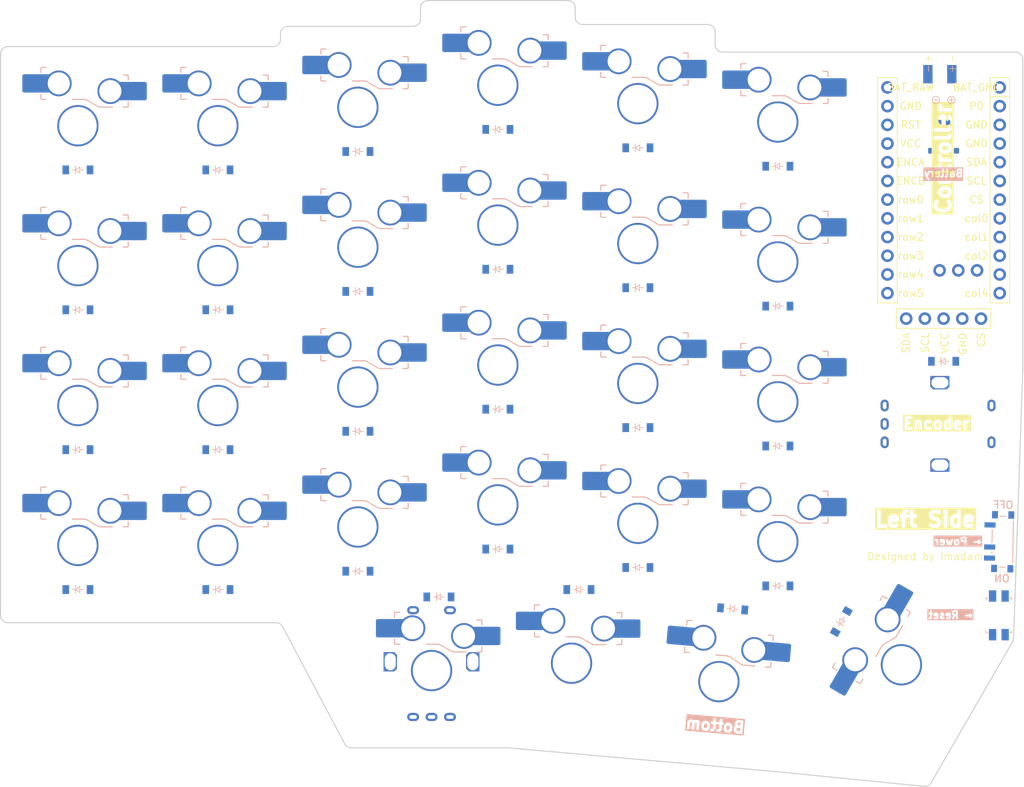
<source format=kicad_pcb>
(kicad_pcb (version 20240108) (generator "ergogen") (generator_version "4.1.0")
  (title_block (title "left") (date "2025-04-06") (rev "v1.0.0") (company "Unknown"))
  (layers (0 "F.Cu" signal) (31 "B.Cu" signal) (34 "B.Paste" user) (35 "F.Paste" user) (36 "B.SilkS" user "B.Silkscreen") (37 "F.SilkS" user "F.Silkscreen") (38 "B.Mask" user) (39 "F.Mask" user) (44 "Edge.Cuts" user))
  (net 0 "")
  (net 1 "col0")
  (net 2 "outer_bottom")
  (net 3 "GND")
  (net 4 "outer_home")
  (net 5 "outer_top")
  (net 6 "outer_num")
  (net 7 "col1")
  (net 8 "pinky_bottom")
  (net 9 "pinky_home")
  (net 10 "pinky_top")
  (net 11 "pinky_num")
  (net 12 "col2")
  (net 13 "ring_bottom")
  (net 14 "ring_home")
  (net 15 "ring_top")
  (net 16 "ring_num")
  (net 17 "col3")
  (net 18 "middle_bottom")
  (net 19 "middle_home")
  (net 20 "middle_top")
  (net 21 "middle_num")
  (net 22 "col4")
  (net 23 "index_bottom")
  (net 24 "index_home")
  (net 25 "index_top")
  (net 26 "index_num")
  (net 27 "col5")
  (net 28 "inner_bottom")
  (net 29 "inner_home")
  (net 30 "inner_top")
  (net 31 "inner_num")
  (net 32 "inner_cluster")
  (net 33 "home_cluster")
  (net 34 "layer_cluster")
  (net 35 "space_cluster")
  (net 36 "row3")
  (net 37 "row2")
  (net 38 "row1")
  (net 39 "row0")
  (net 40 "row4")
  (net 41 "scrollwheel_enc")
  (net 42 "ENCA")
  (net 43 "ENCB")
  (net 44 "ENCC")
  (net 45 "ENCD")
  (net 46 "BAT_RAW")
  (net 47 "RST")
  (net 48 "VCC")
  (net 49 "row5")
  (net 50 "BAT_GND")
  (net 51 "P0")
  (net 52 "SDA")
  (net 53 "SCL")
  (net 54 "CS")
  (net 55 "P107")
  (net 56 "MCU1_24")
  (net 57 "MCU1_1")
  (net 58 "MCU1_23")
  (net 59 "MCU1_2")
  (net 60 "MCU1_22")
  (net 61 "MCU1_3")
  (net 62 "MCU1_21")
  (net 63 "MCU1_4")
  (net 64 "MCU1_20")
  (net 65 "MCU1_5")
  (net 66 "MCU1_19")
  (net 67 "MCU1_6")
  (net 68 "MCU1_18")
  (net 69 "MCU1_7")
  (net 70 "MCU1_17")
  (net 71 "MCU1_8")
  (net 72 "MCU1_16")
  (net 73 "MCU1_9")
  (net 74 "MCU1_15")
  (net 75 "MCU1_10")
  (net 76 "MCU1_14")
  (net 77 "MCU1_11")
  (net 78 "MCU1_13")
  (net 79 "MCU1_12")
  (net 80 "PAD_3")
  (net 81 "PAD_4")
  (net 82 "PAD_5")
  (net 83 "DISP1_1")
  (net 84 "DISP1_2")
  (net 85 "DISP1_4")
  (net 86 "DISP1_5")
  (net 87 "ON_P")
  (footprint "ceoloide:switch_gateron_ks27_ks33" (layer "B.Cu") (at 50 131 180)
    (property "Reference" "S1" hide)
    (pad "" thru_hole circle (at 0 0 180) (size 5.6 5.6) (drill 5.1) (layers "*.Cu" "*.Mask"))
    (pad "1" thru_hole circle (at -4.4 4.7 180) (size 3.5 3.5) (drill 3) (layers "*.Cu" "*.Mask") (net 1 "col0"))
    (pad "2" thru_hole circle (at 2.6 5.75 180) (size 3.5 3.5) (drill 3) (layers "*.Cu" "*.Mask") (net 2 "outer_bottom"))
    (pad "1" smd roundrect (at -7.35 4.7 180) (size 4 2.5) (layers "B.Cu") (roundrect_rratio 0.1) (net 1 "col0"))
    (pad "2" smd roundrect (at 5.55 5.75 180) (size 4 2.5) (layers "B.Cu") (roundrect_rratio 0.1) (net 2 "outer_bottom"))
  )
  (footprint "ceoloide:switch_gateron_ks27_ks33" (layer "B.Cu") (at 50 112 180)
    (property "Reference" "S2" hide)
    (pad "" thru_hole circle (at 0 0 180) (size 5.6 5.6) (drill 5.1) (layers "*.Cu" "*.Mask"))
    (pad "1" thru_hole circle (at -4.4 4.7 180) (size 3.5 3.5) (drill 3) (layers "*.Cu" "*.Mask") (net 1 "col0"))
    (pad "2" thru_hole circle (at 2.6 5.75 180) (size 3.5 3.5) (drill 3) (layers "*.Cu" "*.Mask") (net 4 "outer_home"))
    (pad "1" smd roundrect (at -7.35 4.7 180) (size 4 2.5) (layers "B.Cu") (roundrect_rratio 0.1) (net 1 "col0"))
    (pad "2" smd roundrect (at 5.55 5.75 180) (size 4 2.5) (layers "B.Cu") (roundrect_rratio 0.1) (net 4 "outer_home"))
  )
  (footprint "ceoloide:switch_gateron_ks27_ks33" (layer "B.Cu") (at 50 93 180)
    (property "Reference" "S3" hide)
    (pad "" thru_hole circle (at 0 0 180) (size 5.6 5.6) (drill 5.1) (layers "*.Cu" "*.Mask"))
    (pad "1" thru_hole circle (at -4.4 4.7 180) (size 3.5 3.5) (drill 3) (layers "*.Cu" "*.Mask") (net 1 "col0"))
    (pad "2" thru_hole circle (at 2.6 5.75 180) (size 3.5 3.5) (drill 3) (layers "*.Cu" "*.Mask") (net 5 "outer_top"))
    (pad "1" smd roundrect (at -7.35 4.7 180) (size 4 2.5) (layers "B.Cu") (roundrect_rratio 0.1) (net 1 "col0"))
    (pad "2" smd roundrect (at 5.55 5.75 180) (size 4 2.5) (layers "B.Cu") (roundrect_rratio 0.1) (net 5 "outer_top"))
  )
  (footprint "ceoloide:switch_gateron_ks27_ks33" (layer "B.Cu") (at 50 74 180)
    (property "Reference" "S4" hide)
    (pad "" thru_hole circle (at 0 0 180) (size 5.6 5.6) (drill 5.1) (layers "*.Cu" "*.Mask"))
    (pad "1" thru_hole circle (at -4.4 4.7 180) (size 3.5 3.5) (drill 3) (layers "*.Cu" "*.Mask") (net 1 "col0"))
    (pad "2" thru_hole circle (at 2.6 5.75 180) (size 3.5 3.5) (drill 3) (layers "*.Cu" "*.Mask") (net 6 "outer_num"))
    (pad "1" smd roundrect (at -7.35 4.7 180) (size 4 2.5) (layers "B.Cu") (roundrect_rratio 0.1) (net 1 "col0"))
    (pad "2" smd roundrect (at 5.55 5.75 180) (size 4 2.5) (layers "B.Cu") (roundrect_rratio 0.1) (net 6 "outer_num"))
  )
  (footprint "ceoloide:switch_gateron_ks27_ks33" (layer "B.Cu") (at 69 131 180)
    (property "Reference" "S5" hide)
    (pad "" thru_hole circle (at 0 0 180) (size 5.6 5.6) (drill 5.1) (layers "*.Cu" "*.Mask"))
    (pad "1" thru_hole circle (at -4.4 4.7 180) (size 3.5 3.5) (drill 3) (layers "*.Cu" "*.Mask") (net 7 "col1"))
    (pad "2" thru_hole circle (at 2.6 5.75 180) (size 3.5 3.5) (drill 3) (layers "*.Cu" "*.Mask") (net 8 "pinky_bottom"))
    (pad "1" smd roundrect (at -7.35 4.7 180) (size 4 2.5) (layers "B.Cu") (roundrect_rratio 0.1) (net 7 "col1"))
    (pad "2" smd roundrect (at 5.55 5.75 180) (size 4 2.5) (layers "B.Cu") (roundrect_rratio 0.1) (net 8 "pinky_bottom"))
  )
  (footprint "ceoloide:switch_gateron_ks27_ks33" (layer "B.Cu") (at 69 112 180)
    (property "Reference" "S6" hide)
    (pad "" thru_hole circle (at 0 0 180) (size 5.6 5.6) (drill 5.1) (layers "*.Cu" "*.Mask"))
    (pad "1" thru_hole circle (at -4.4 4.7 180) (size 3.5 3.5) (drill 3) (layers "*.Cu" "*.Mask") (net 7 "col1"))
    (pad "2" thru_hole circle (at 2.6 5.75 180) (size 3.5 3.5) (drill 3) (layers "*.Cu" "*.Mask") (net 9 "pinky_home"))
    (pad "1" smd roundrect (at -7.35 4.7 180) (size 4 2.5) (layers "B.Cu") (roundrect_rratio 0.1) (net 7 "col1"))
    (pad "2" smd roundrect (at 5.55 5.75 180) (size 4 2.5) (layers "B.Cu") (roundrect_rratio 0.1) (net 9 "pinky_home"))
  )
  (footprint "ceoloide:switch_gateron_ks27_ks33" (layer "B.Cu") (at 69 93 180)
    (property "Reference" "S7" hide)
    (pad "" thru_hole circle (at 0 0 180) (size 5.6 5.6) (drill 5.1) (layers "*.Cu" "*.Mask"))
    (pad "1" thru_hole circle (at -4.4 4.7 180) (size 3.5 3.5) (drill 3) (layers "*.Cu" "*.Mask") (net 7 "col1"))
    (pad "2" thru_hole circle (at 2.6 5.75 180) (size 3.5 3.5) (drill 3) (layers "*.Cu" "*.Mask") (net 10 "pinky_top"))
    (pad "1" smd roundrect (at -7.35 4.7 180) (size 4 2.5) (layers "B.Cu") (roundrect_rratio 0.1) (net 7 "col1"))
    (pad "2" smd roundrect (at 5.55 5.75 180) (size 4 2.5) (layers "B.Cu") (roundrect_rratio 0.1) (net 10 "pinky_top"))
  )
  (footprint "ceoloide:switch_gateron_ks27_ks33" (layer "B.Cu") (at 69 74 180)
    (property "Reference" "S8" hide)
    (pad "" thru_hole circle (at 0 0 180) (size 5.6 5.6) (drill 5.1) (layers "*.Cu" "*.Mask"))
    (pad "1" thru_hole circle (at -4.4 4.7 180) (size 3.5 3.5) (drill 3) (layers "*.Cu" "*.Mask") (net 7 "col1"))
    (pad "2" thru_hole circle (at 2.6 5.75 180) (size 3.5 3.5) (drill 3) (layers "*.Cu" "*.Mask") (net 11 "pinky_num"))
    (pad "1" smd roundrect (at -7.35 4.7 180) (size 4 2.5) (layers "B.Cu") (roundrect_rratio 0.1) (net 7 "col1"))
    (pad "2" smd roundrect (at 5.55 5.75 180) (size 4 2.5) (layers "B.Cu") (roundrect_rratio 0.1) (net 11 "pinky_num"))
  )
  (footprint "ceoloide:switch_gateron_ks27_ks33" (layer "B.Cu") (at 88 128.5 180)
    (property "Reference" "S9" hide)
    (pad "" thru_hole circle (at 0 0 180) (size 5.6 5.6) (drill 5.1) (layers "*.Cu" "*.Mask"))
    (pad "1" thru_hole circle (at -4.4 4.7 180) (size 3.5 3.5) (drill 3) (layers "*.Cu" "*.Mask") (net 12 "col2"))
    (pad "2" thru_hole circle (at 2.6 5.75 180) (size 3.5 3.5) (drill 3) (layers "*.Cu" "*.Mask") (net 13 "ring_bottom"))
    (pad "1" smd roundrect (at -7.35 4.7 180) (size 4 2.5) (layers "B.Cu") (roundrect_rratio 0.1) (net 12 "col2"))
    (pad "2" smd roundrect (at 5.55 5.75 180) (size 4 2.5) (layers "B.Cu") (roundrect_rratio 0.1) (net 13 "ring_bottom"))
  )
  (footprint "ceoloide:switch_gateron_ks27_ks33" (layer "B.Cu") (at 88 109.5 180)
    (property "Reference" "S10" hide)
    (pad "" thru_hole circle (at 0 0 180) (size 5.6 5.6) (drill 5.1) (layers "*.Cu" "*.Mask"))
    (pad "1" thru_hole circle (at -4.4 4.7 180) (size 3.5 3.5) (drill 3) (layers "*.Cu" "*.Mask") (net 12 "col2"))
    (pad "2" thru_hole circle (at 2.6 5.75 180) (size 3.5 3.5) (drill 3) (layers "*.Cu" "*.Mask") (net 14 "ring_home"))
    (pad "1" smd roundrect (at -7.35 4.7 180) (size 4 2.5) (layers "B.Cu") (roundrect_rratio 0.1) (net 12 "col2"))
    (pad "2" smd roundrect (at 5.55 5.75 180) (size 4 2.5) (layers "B.Cu") (roundrect_rratio 0.1) (net 14 "ring_home"))
  )
  (footprint "ceoloide:switch_gateron_ks27_ks33" (layer "B.Cu") (at 88 90.5 180)
    (property "Reference" "S11" hide)
    (pad "" thru_hole circle (at 0 0 180) (size 5.6 5.6) (drill 5.1) (layers "*.Cu" "*.Mask"))
    (pad "1" thru_hole circle (at -4.4 4.7 180) (size 3.5 3.5) (drill 3) (layers "*.Cu" "*.Mask") (net 12 "col2"))
    (pad "2" thru_hole circle (at 2.6 5.75 180) (size 3.5 3.5) (drill 3) (layers "*.Cu" "*.Mask") (net 15 "ring_top"))
    (pad "1" smd roundrect (at -7.35 4.7 180) (size 4 2.5) (layers "B.Cu") (roundrect_rratio 0.1) (net 12 "col2"))
    (pad "2" smd roundrect (at 5.55 5.75 180) (size 4 2.5) (layers "B.Cu") (roundrect_rratio 0.1) (net 15 "ring_top"))
  )
  (footprint "ceoloide:switch_gateron_ks27_ks33" (layer "B.Cu") (at 88 71.5 180)
    (property "Reference" "S12" hide)
    (pad "" thru_hole circle (at 0 0 180) (size 5.6 5.6) (drill 5.1) (layers "*.Cu" "*.Mask"))
    (pad "1" thru_hole circle (at -4.4 4.7 180) (size 3.5 3.5) (drill 3) (layers "*.Cu" "*.Mask") (net 12 "col2"))
    (pad "2" thru_hole circle (at 2.6 5.75 180) (size 3.5 3.5) (drill 3) (layers "*.Cu" "*.Mask") (net 16 "ring_num"))
    (pad "1" smd roundrect (at -7.35 4.7 180) (size 4 2.5) (layers "B.Cu") (roundrect_rratio 0.1) (net 12 "col2"))
    (pad "2" smd roundrect (at 5.55 5.75 180) (size 4 2.5) (layers "B.Cu") (roundrect_rratio 0.1) (net 16 "ring_num"))
  )
  (footprint "ceoloide:switch_gateron_ks27_ks33" (layer "B.Cu") (at 107 125.5 180)
    (property "Reference" "S13" hide)
    (pad "" thru_hole circle (at 0 0 180) (size 5.6 5.6) (drill 5.1) (layers "*.Cu" "*.Mask"))
    (pad "1" thru_hole circle (at -4.4 4.7 180) (size 3.5 3.5) (drill 3) (layers "*.Cu" "*.Mask") (net 17 "col3"))
    (pad "2" thru_hole circle (at 2.6 5.75 180) (size 3.5 3.5) (drill 3) (layers "*.Cu" "*.Mask") (net 18 "middle_bottom"))
    (pad "1" smd roundrect (at -7.35 4.7 180) (size 4 2.5) (layers "B.Cu") (roundrect_rratio 0.1) (net 17 "col3"))
    (pad "2" smd roundrect (at 5.55 5.75 180) (size 4 2.5) (layers "B.Cu") (roundrect_rratio 0.1) (net 18 "middle_bottom"))
  )
  (footprint "ceoloide:switch_gateron_ks27_ks33" (layer "B.Cu") (at 107 106.5 180)
    (property "Reference" "S14" hide)
    (pad "" thru_hole circle (at 0 0 180) (size 5.6 5.6) (drill 5.1) (layers "*.Cu" "*.Mask"))
    (pad "1" thru_hole circle (at -4.4 4.7 180) (size 3.5 3.5) (drill 3) (layers "*.Cu" "*.Mask") (net 17 "col3"))
    (pad "2" thru_hole circle (at 2.6 5.75 180) (size 3.5 3.5) (drill 3) (layers "*.Cu" "*.Mask") (net 19 "middle_home"))
    (pad "1" smd roundrect (at -7.35 4.7 180) (size 4 2.5) (layers "B.Cu") (roundrect_rratio 0.1) (net 17 "col3"))
    (pad "2" smd roundrect (at 5.55 5.75 180) (size 4 2.5) (layers "B.Cu") (roundrect_rratio 0.1) (net 19 "middle_home"))
  )
  (footprint "ceoloide:switch_gateron_ks27_ks33" (layer "B.Cu") (at 107 87.5 180)
    (property "Reference" "S15" hide)
    (pad "" thru_hole circle (at 0 0 180) (size 5.6 5.6) (drill 5.1) (layers "*.Cu" "*.Mask"))
    (pad "1" thru_hole circle (at -4.4 4.7 180) (size 3.5 3.5) (drill 3) (layers "*.Cu" "*.Mask") (net 17 "col3"))
    (pad "2" thru_hole circle (at 2.6 5.75 180) (size 3.5 3.5) (drill 3) (layers "*.Cu" "*.Mask") (net 20 "middle_top"))
    (pad "1" smd roundrect (at -7.35 4.7 180) (size 4 2.5) (layers "B.Cu") (roundrect_rratio 0.1) (net 17 "col3"))
    (pad "2" smd roundrect (at 5.55 5.75 180) (size 4 2.5) (layers "B.Cu") (roundrect_rratio 0.1) (net 20 "middle_top"))
  )
  (footprint "ceoloide:switch_gateron_ks27_ks33" (layer "B.Cu") (at 107 68.5 180)
    (property "Reference" "S16" hide)
    (pad "" thru_hole circle (at 0 0 180) (size 5.6 5.6) (drill 5.1) (layers "*.Cu" "*.Mask"))
    (pad "1" thru_hole circle (at -4.4 4.7 180) (size 3.5 3.5) (drill 3) (layers "*.Cu" "*.Mask") (net 17 "col3"))
    (pad "2" thru_hole circle (at 2.6 5.75 180) (size 3.5 3.5) (drill 3) (layers "*.Cu" "*.Mask") (net 21 "middle_num"))
    (pad "1" smd roundrect (at -7.35 4.7 180) (size 4 2.5) (layers "B.Cu") (roundrect_rratio 0.1) (net 17 "col3"))
    (pad "2" smd roundrect (at 5.55 5.75 180) (size 4 2.5) (layers "B.Cu") (roundrect_rratio 0.1) (net 21 "middle_num"))
  )
  (footprint "ceoloide:switch_gateron_ks27_ks33" (layer "B.Cu") (at 126 128 180)
    (property "Reference" "S17" hide)
    (pad "" thru_hole circle (at 0 0 180) (size 5.6 5.6) (drill 5.1) (layers "*.Cu" "*.Mask"))
    (pad "1" thru_hole circle (at -4.4 4.7 180) (size 3.5 3.5) (drill 3) (layers "*.Cu" "*.Mask") (net 22 "col4"))
    (pad "2" thru_hole circle (at 2.6 5.75 180) (size 3.5 3.5) (drill 3) (layers "*.Cu" "*.Mask") (net 23 "index_bottom"))
    (pad "1" smd roundrect (at -7.35 4.7 180) (size 4 2.5) (layers "B.Cu") (roundrect_rratio 0.1) (net 22 "col4"))
    (pad "2" smd roundrect (at 5.55 5.75 180) (size 4 2.5) (layers "B.Cu") (roundrect_rratio 0.1) (net 23 "index_bottom"))
  )
  (footprint "ceoloide:switch_gateron_ks27_ks33" (layer "B.Cu") (at 126 109 180)
    (property "Reference" "S18" hide)
    (pad "" thru_hole circle (at 0 0 180) (size 5.6 5.6) (drill 5.1) (layers "*.Cu" "*.Mask"))
    (pad "1" thru_hole circle (at -4.4 4.7 180) (size 3.5 3.5) (drill 3) (layers "*.Cu" "*.Mask") (net 22 "col4"))
    (pad "2" thru_hole circle (at 2.6 5.75 180) (size 3.5 3.5) (drill 3) (layers "*.Cu" "*.Mask") (net 24 "index_home"))
    (pad "1" smd roundrect (at -7.35 4.7 180) (size 4 2.5) (layers "B.Cu") (roundrect_rratio 0.1) (net 22 "col4"))
    (pad "2" smd roundrect (at 5.55 5.75 180) (size 4 2.5) (layers "B.Cu") (roundrect_rratio 0.1) (net 24 "index_home"))
  )
  (footprint "ceoloide:switch_gateron_ks27_ks33" (layer "B.Cu") (at 126 90 180)
    (property "Reference" "S19" hide)
    (pad "" thru_hole circle (at 0 0 180) (size 5.6 5.6) (drill 5.1) (layers "*.Cu" "*.Mask"))
    (pad "1" thru_hole circle (at -4.4 4.7 180) (size 3.5 3.5) (drill 3) (layers "*.Cu" "*.Mask") (net 22 "col4"))
    (pad "2" thru_hole circle (at 2.6 5.75 180) (size 3.5 3.5) (drill 3) (layers "*.Cu" "*.Mask") (net 25 "index_top"))
    (pad "1" smd roundrect (at -7.35 4.7 180) (size 4 2.5) (layers "B.Cu") (roundrect_rratio 0.1) (net 22 "col4"))
    (pad "2" smd roundrect (at 5.55 5.75 180) (size 4 2.5) (layers "B.Cu") (roundrect_rratio 0.1) (net 25 "index_top"))
  )
  (footprint "ceoloide:switch_gateron_ks27_ks33" (layer "B.Cu") (at 126 71 180)
    (property "Reference" "S20" hide)
    (pad "" thru_hole circle (at 0 0 180) (size 5.6 5.6) (drill 5.1) (layers "*.Cu" "*.Mask"))
    (pad "1" thru_hole circle (at -4.4 4.7 180) (size 3.5 3.5) (drill 3) (layers "*.Cu" "*.Mask") (net 22 "col4"))
    (pad "2" thru_hole circle (at 2.6 5.75 180) (size 3.5 3.5) (drill 3) (layers "*.Cu" "*.Mask") (net 26 "index_num"))
    (pad "1" smd roundrect (at -7.35 4.7 180) (size 4 2.5) (layers "B.Cu") (roundrect_rratio 0.1) (net 22 "col4"))
    (pad "2" smd roundrect (at 5.55 5.75 180) (size 4 2.5) (layers "B.Cu") (roundrect_rratio 0.1) (net 26 "index_num"))
  )
  (footprint "ceoloide:switch_gateron_ks27_ks33" (layer "B.Cu") (at 145 130.5 180)
    (property "Reference" "S21" hide)
    (pad "" thru_hole circle (at 0 0 180) (size 5.6 5.6) (drill 5.1) (layers "*.Cu" "*.Mask"))
    (pad "1" thru_hole circle (at -4.4 4.7 180) (size 3.5 3.5) (drill 3) (layers "*.Cu" "*.Mask") (net 27 "col5"))
    (pad "2" thru_hole circle (at 2.6 5.75 180) (size 3.5 3.5) (drill 3) (layers "*.Cu" "*.Mask") (net 28 "inner_bottom"))
    (pad "1" smd roundrect (at -7.35 4.7 180) (size 4 2.5) (layers "B.Cu") (roundrect_rratio 0.1) (net 27 "col5"))
    (pad "2" smd roundrect (at 5.55 5.75 180) (size 4 2.5) (layers "B.Cu") (roundrect_rratio 0.1) (net 28 "inner_bottom"))
  )
  (footprint "ceoloide:switch_gateron_ks27_ks33" (layer "B.Cu") (at 145 111.5 180)
    (property "Reference" "S22" hide)
    (pad "" thru_hole circle (at 0 0 180) (size 5.6 5.6) (drill 5.1) (layers "*.Cu" "*.Mask"))
    (pad "1" thru_hole circle (at -4.4 4.7 180) (size 3.5 3.5) (drill 3) (layers "*.Cu" "*.Mask") (net 27 "col5"))
    (pad "2" thru_hole circle (at 2.6 5.75 180) (size 3.5 3.5) (drill 3) (layers "*.Cu" "*.Mask") (net 29 "inner_home"))
    (pad "1" smd roundrect (at -7.35 4.7 180) (size 4 2.5) (layers "B.Cu") (roundrect_rratio 0.1) (net 27 "col5"))
    (pad "2" smd roundrect (at 5.55 5.75 180) (size 4 2.5) (layers "B.Cu") (roundrect_rratio 0.1) (net 29 "inner_home"))
  )
  (footprint "ceoloide:switch_gateron_ks27_ks33" (layer "B.Cu") (at 145 92.5 180)
    (property "Reference" "S23" hide)
    (pad "" thru_hole circle (at 0 0 180) (size 5.6 5.6) (drill 5.1) (layers "*.Cu" "*.Mask"))
    (pad "1" thru_hole circle (at -4.4 4.7 180) (size 3.5 3.5) (drill 3) (layers "*.Cu" "*.Mask") (net 27 "col5"))
    (pad "2" thru_hole circle (at 2.6 5.75 180) (size 3.5 3.5) (drill 3) (layers "*.Cu" "*.Mask") (net 30 "inner_top"))
    (pad "1" smd roundrect (at -7.35 4.7 180) (size 4 2.5) (layers "B.Cu") (roundrect_rratio 0.1) (net 27 "col5"))
    (pad "2" smd roundrect (at 5.55 5.75 180) (size 4 2.5) (layers "B.Cu") (roundrect_rratio 0.1) (net 30 "inner_top"))
  )
  (footprint "ceoloide:switch_gateron_ks27_ks33" (layer "B.Cu") (at 145 73.5 180)
    (property "Reference" "S24" hide)
    (pad "" thru_hole circle (at 0 0 180) (size 5.6 5.6) (drill 5.1) (layers "*.Cu" "*.Mask"))
    (pad "1" thru_hole circle (at -4.4 4.7 180) (size 3.5 3.5) (drill 3) (layers "*.Cu" "*.Mask") (net 27 "col5"))
    (pad "2" thru_hole circle (at 2.6 5.75 180) (size 3.5 3.5) (drill 3) (layers "*.Cu" "*.Mask") (net 31 "inner_num"))
    (pad "1" smd roundrect (at -7.35 4.7 180) (size 4 2.5) (layers "B.Cu") (roundrect_rratio 0.1) (net 27 "col5"))
    (pad "2" smd roundrect (at 5.55 5.75 180) (size 4 2.5) (layers "B.Cu") (roundrect_rratio 0.1) (net 31 "inner_num"))
  )
  (footprint "ceoloide:switch_gateron_ks27_ks33" (layer "B.Cu") (at 98 148 180)
    (property "Reference" "S25" hide)
    (pad "" thru_hole circle (at 0 0 180) (size 5.6 5.6) (drill 5.1) (layers "*.Cu" "*.Mask"))
    (pad "1" thru_hole circle (at -4.4 4.7 180) (size 3.5 3.5) (drill 3) (layers "*.Cu" "*.Mask") (net 12 "col2"))
    (pad "2" thru_hole circle (at 2.6 5.75 180) (size 3.5 3.5) (drill 3) (layers "*.Cu" "*.Mask") (net 32 "inner_cluster"))
    (pad "1" smd roundrect (at -7.35 4.7 180) (size 4 2.5) (layers "B.Cu") (roundrect_rratio 0.1) (net 12 "col2"))
    (pad "2" smd roundrect (at 5.55 5.75 180) (size 4 2.5) (layers "B.Cu") (roundrect_rratio 0.1) (net 32 "inner_cluster"))
  )
  (footprint "ceoloide:switch_gateron_ks27_ks33" (layer "B.Cu") (at 117 147 180)
    (property "Reference" "S26" hide)
    (pad "" thru_hole circle (at 0 0 180) (size 5.6 5.6) (drill 5.1) (layers "*.Cu" "*.Mask"))
    (pad "1" thru_hole circle (at -4.4 4.7 180) (size 3.5 3.5) (drill 3) (layers "*.Cu" "*.Mask") (net 17 "col3"))
    (pad "2" thru_hole circle (at 2.6 5.75 180) (size 3.5 3.5) (drill 3) (layers "*.Cu" "*.Mask") (net 33 "home_cluster"))
    (pad "1" smd roundrect (at -7.35 4.7 180) (size 4 2.5) (layers "B.Cu") (roundrect_rratio 0.1) (net 17 "col3"))
    (pad "2" smd roundrect (at 5.55 5.75 180) (size 4 2.5) (layers "B.Cu") (roundrect_rratio 0.1) (net 33 "home_cluster"))
  )
  (footprint "ceoloide:switch_gateron_ks27_ks33" (layer "B.Cu") (at 137 149.5 175)
    (property "Reference" "S27" hide)
    (pad "" thru_hole circle (at 0 0 175) (size 5.6 5.6) (drill 5.1) (layers "*.Cu" "*.Mask"))
    (pad "1" thru_hole circle (at -4.4 4.7 175) (size 3.5 3.5) (drill 3) (layers "*.Cu" "*.Mask") (net 22 "col4"))
    (pad "2" thru_hole circle (at 2.6 5.75 175) (size 3.5 3.5) (drill 3) (layers "*.Cu" "*.Mask") (net 34 "layer_cluster"))
    (pad "1" smd roundrect (at -7.35 4.7 175) (size 4 2.5) (layers "B.Cu") (roundrect_rratio 0.1) (net 22 "col4"))
    (pad "2" smd roundrect (at 5.55 5.75 175) (size 4 2.5) (layers "B.Cu") (roundrect_rratio 0.1) (net 34 "layer_cluster"))
  )
  (footprint "ceoloide:switch_gateron_ks27_ks33" (layer "B.Cu") (at 161.777353 147.2132953 240)
    (property "Reference" "S28" hide)
    (pad "" thru_hole circle (at 0 0 240) (size 5.6 5.6) (drill 5.1) (layers "*.Cu" "*.Mask"))
    (pad "1" thru_hole circle (at -4.4 4.7 240) (size 3.5 3.5) (drill 3) (layers "*.Cu" "*.Mask") (net 27 "col5"))
    (pad "2" thru_hole circle (at 2.6 5.75 240) (size 3.5 3.5) (drill 3) (layers "*.Cu" "*.Mask") (net 35 "space_cluster"))
    (pad "1" smd roundrect (at -7.35 4.7 240) (size 4 2.5) (layers "B.Cu") (roundrect_rratio 0.1) (net 27 "col5"))
    (pad "2" smd roundrect (at 5.55 5.75 240) (size 4 2.5) (layers "B.Cu") (roundrect_rratio 0.1) (net 35 "space_cluster"))
  )
  (footprint "ceoloide:diode_tht_sod123" (layer "B.Cu") (at 50 137 0)
    (property "Reference" "D1" hide)
    (pad "1" smd rect (at -1.65 0 0) (size 0.9 1.2) (layers "B.Cu" "B.Paste" "B.Mask") (net 36 "row3"))
    (pad "2" smd rect (at 1.65 0 0) (size 0.9 1.2) (layers "B.Cu" "B.Paste" "B.Mask") (net 2 "outer_bottom"))
  )
  (footprint "ceoloide:diode_tht_sod123" (layer "B.Cu") (at 50 118 0)
    (property "Reference" "D2" hide)
    (pad "1" smd rect (at -1.65 0 0) (size 0.9 1.2) (layers "B.Cu" "B.Paste" "B.Mask") (net 37 "row2"))
    (pad "2" smd rect (at 1.65 0 0) (size 0.9 1.2) (layers "B.Cu" "B.Paste" "B.Mask") (net 4 "outer_home"))
  )
  (footprint "ceoloide:diode_tht_sod123" (layer "B.Cu") (at 50 99 0)
    (property "Reference" "D3" hide)
    (pad "1" smd rect (at -1.65 0 0) (size 0.9 1.2) (layers "B.Cu" "B.Paste" "B.Mask") (net 38 "row1"))
    (pad "2" smd rect (at 1.65 0 0) (size 0.9 1.2) (layers "B.Cu" "B.Paste" "B.Mask") (net 5 "outer_top"))
  )
  (footprint "ceoloide:diode_tht_sod123" (layer "B.Cu") (at 50 80 0)
    (property "Reference" "D4" hide)
    (pad "1" smd rect (at -1.65 0 0) (size 0.9 1.2) (layers "B.Cu" "B.Paste" "B.Mask") (net 39 "row0"))
    (pad "2" smd rect (at 1.65 0 0) (size 0.9 1.2) (layers "B.Cu" "B.Paste" "B.Mask") (net 6 "outer_num"))
  )
  (footprint "ceoloide:diode_tht_sod123" (layer "B.Cu") (at 69 137 0)
    (property "Reference" "D5" hide)
    (pad "1" smd rect (at -1.65 0 0) (size 0.9 1.2) (layers "B.Cu" "B.Paste" "B.Mask") (net 36 "row3"))
    (pad "2" smd rect (at 1.65 0 0) (size 0.9 1.2) (layers "B.Cu" "B.Paste" "B.Mask") (net 8 "pinky_bottom"))
  )
  (footprint "ceoloide:diode_tht_sod123" (layer "B.Cu") (at 69 118 0)
    (property "Reference" "D6" hide)
    (pad "1" smd rect (at -1.65 0 0) (size 0.9 1.2) (layers "B.Cu" "B.Paste" "B.Mask") (net 37 "row2"))
    (pad "2" smd rect (at 1.65 0 0) (size 0.9 1.2) (layers "B.Cu" "B.Paste" "B.Mask") (net 9 "pinky_home"))
  )
  (footprint "ceoloide:diode_tht_sod123" (layer "B.Cu") (at 69 99 0)
    (property "Reference" "D7" hide)
    (pad "1" smd rect (at -1.65 0 0) (size 0.9 1.2) (layers "B.Cu" "B.Paste" "B.Mask") (net 38 "row1"))
    (pad "2" smd rect (at 1.65 0 0) (size 0.9 1.2) (layers "B.Cu" "B.Paste" "B.Mask") (net 10 "pinky_top"))
  )
  (footprint "ceoloide:diode_tht_sod123" (layer "B.Cu") (at 69 80 0)
    (property "Reference" "D8" hide)
    (pad "1" smd rect (at -1.65 0 0) (size 0.9 1.2) (layers "B.Cu" "B.Paste" "B.Mask") (net 39 "row0"))
    (pad "2" smd rect (at 1.65 0 0) (size 0.9 1.2) (layers "B.Cu" "B.Paste" "B.Mask") (net 11 "pinky_num"))
  )
  (footprint "ceoloide:diode_tht_sod123" (layer "B.Cu") (at 88 134.5 0)
    (property "Reference" "D9" hide)
    (pad "1" smd rect (at -1.65 0 0) (size 0.9 1.2) (layers "B.Cu" "B.Paste" "B.Mask") (net 36 "row3"))
    (pad "2" smd rect (at 1.65 0 0) (size 0.9 1.2) (layers "B.Cu" "B.Paste" "B.Mask") (net 13 "ring_bottom"))
  )
  (footprint "ceoloide:diode_tht_sod123" (layer "B.Cu") (at 88 115.5 0)
    (property "Reference" "D10" hide)
    (pad "1" smd rect (at -1.65 0 0) (size 0.9 1.2) (layers "B.Cu" "B.Paste" "B.Mask") (net 37 "row2"))
    (pad "2" smd rect (at 1.65 0 0) (size 0.9 1.2) (layers "B.Cu" "B.Paste" "B.Mask") (net 14 "ring_home"))
  )
  (footprint "ceoloide:diode_tht_sod123" (layer "B.Cu") (at 88 96.5 0)
    (property "Reference" "D11" hide)
    (pad "1" smd rect (at -1.65 0 0) (size 0.9 1.2) (layers "B.Cu" "B.Paste" "B.Mask") (net 38 "row1"))
    (pad "2" smd rect (at 1.65 0 0) (size 0.9 1.2) (layers "B.Cu" "B.Paste" "B.Mask") (net 15 "ring_top"))
  )
  (footprint "ceoloide:diode_tht_sod123" (layer "B.Cu") (at 88 77.5 0)
    (property "Reference" "D12" hide)
    (pad "1" smd rect (at -1.65 0 0) (size 0.9 1.2) (layers "B.Cu" "B.Paste" "B.Mask") (net 39 "row0"))
    (pad "2" smd rect (at 1.65 0 0) (size 0.9 1.2) (layers "B.Cu" "B.Paste" "B.Mask") (net 16 "ring_num"))
  )
  (footprint "ceoloide:diode_tht_sod123" (layer "B.Cu") (at 107 131.5 0)
    (property "Reference" "D13" hide)
    (pad "1" smd rect (at -1.65 0 0) (size 0.9 1.2) (layers "B.Cu" "B.Paste" "B.Mask") (net 36 "row3"))
    (pad "2" smd rect (at 1.65 0 0) (size 0.9 1.2) (layers "B.Cu" "B.Paste" "B.Mask") (net 18 "middle_bottom"))
  )
  (footprint "ceoloide:diode_tht_sod123" (layer "B.Cu") (at 107 112.5 0)
    (property "Reference" "D14" hide)
    (pad "1" smd rect (at -1.65 0 0) (size 0.9 1.2) (layers "B.Cu" "B.Paste" "B.Mask") (net 37 "row2"))
    (pad "2" smd rect (at 1.65 0 0) (size 0.9 1.2) (layers "B.Cu" "B.Paste" "B.Mask") (net 19 "middle_home"))
  )
  (footprint "ceoloide:diode_tht_sod123" (layer "B.Cu") (at 107 93.5 0)
    (property "Reference" "D15" hide)
    (pad "1" smd rect (at -1.65 0 0) (size 0.9 1.2) (layers "B.Cu" "B.Paste" "B.Mask") (net 38 "row1"))
    (pad "2" smd rect (at 1.65 0 0) (size 0.9 1.2) (layers "B.Cu" "B.Paste" "B.Mask") (net 20 "middle_top"))
  )
  (footprint "ceoloide:diode_tht_sod123" (layer "B.Cu") (at 107 74.5 0)
    (property "Reference" "D16" hide)
    (pad "1" smd rect (at -1.65 0 0) (size 0.9 1.2) (layers "B.Cu" "B.Paste" "B.Mask") (net 39 "row0"))
    (pad "2" smd rect (at 1.65 0 0) (size 0.9 1.2) (layers "B.Cu" "B.Paste" "B.Mask") (net 21 "middle_num"))
  )
  (footprint "ceoloide:diode_tht_sod123" (layer "B.Cu") (at 126 134 0)
    (property "Reference" "D17" hide)
    (pad "1" smd rect (at -1.65 0 0) (size 0.9 1.2) (layers "B.Cu" "B.Paste" "B.Mask") (net 36 "row3"))
    (pad "2" smd rect (at 1.65 0 0) (size 0.9 1.2) (layers "B.Cu" "B.Paste" "B.Mask") (net 23 "index_bottom"))
  )
  (footprint "ceoloide:diode_tht_sod123" (layer "B.Cu") (at 126 115 0)
    (property "Reference" "D18" hide)
    (pad "1" smd rect (at -1.65 0 0) (size 0.9 1.2) (layers "B.Cu" "B.Paste" "B.Mask") (net 37 "row2"))
    (pad "2" smd rect (at 1.65 0 0) (size 0.9 1.2) (layers "B.Cu" "B.Paste" "B.Mask") (net 24 "index_home"))
  )
  (footprint "ceoloide:diode_tht_sod123" (layer "B.Cu") (at 126 96 0)
    (property "Reference" "D19" hide)
    (pad "1" smd rect (at -1.65 0 0) (size 0.9 1.2) (layers "B.Cu" "B.Paste" "B.Mask") (net 38 "row1"))
    (pad "2" smd rect (at 1.65 0 0) (size 0.9 1.2) (layers "B.Cu" "B.Paste" "B.Mask") (net 25 "index_top"))
  )
  (footprint "ceoloide:diode_tht_sod123" (layer "B.Cu") (at 126 77 0)
    (property "Reference" "D20" hide)
    (pad "1" smd rect (at -1.65 0 0) (size 0.9 1.2) (layers "B.Cu" "B.Paste" "B.Mask") (net 39 "row0"))
    (pad "2" smd rect (at 1.65 0 0) (size 0.9 1.2) (layers "B.Cu" "B.Paste" "B.Mask") (net 26 "index_num"))
  )
  (footprint "ceoloide:diode_tht_sod123" (layer "B.Cu") (at 145 136.5 0)
    (property "Reference" "D21" hide)
    (pad "1" smd rect (at -1.65 0 0) (size 0.9 1.2) (layers "B.Cu" "B.Paste" "B.Mask") (net 36 "row3"))
    (pad "2" smd rect (at 1.65 0 0) (size 0.9 1.2) (layers "B.Cu" "B.Paste" "B.Mask") (net 28 "inner_bottom"))
  )
  (footprint "ceoloide:diode_tht_sod123" (layer "B.Cu") (at 145 117.5 0)
    (property "Reference" "D22" hide)
    (pad "1" smd rect (at -1.65 0 0) (size 0.9 1.2) (layers "B.Cu" "B.Paste" "B.Mask") (net 37 "row2"))
    (pad "2" smd rect (at 1.65 0 0) (size 0.9 1.2) (layers "B.Cu" "B.Paste" "B.Mask") (net 29 "inner_home"))
  )
  (footprint "ceoloide:diode_tht_sod123" (layer "B.Cu") (at 145 98.5 0)
    (property "Reference" "D23" hide)
    (pad "1" smd rect (at -1.65 0 0) (size 0.9 1.2) (layers "B.Cu" "B.Paste" "B.Mask") (net 38 "row1"))
    (pad "2" smd rect (at 1.65 0 0) (size 0.9 1.2) (layers "B.Cu" "B.Paste" "B.Mask") (net 30 "inner_top"))
  )
  (footprint "ceoloide:diode_tht_sod123" (layer "B.Cu") (at 145 79.5 0)
    (property "Reference" "D24" hide)
    (pad "1" smd rect (at -1.65 0 0) (size 0.9 1.2) (layers "B.Cu" "B.Paste" "B.Mask") (net 39 "row0"))
    (pad "2" smd rect (at 1.65 0 0) (size 0.9 1.2) (layers "B.Cu" "B.Paste" "B.Mask") (net 31 "inner_num"))
  )
  (footprint "ceoloide:diode_tht_sod123" (layer "B.Cu") (at 99 138 0)
    (property "Reference" "D25" hide)
    (pad "1" smd rect (at -1.65 0 0) (size 0.9 1.2) (layers "B.Cu" "B.Paste" "B.Mask") (net 40 "row4"))
    (pad "2" smd rect (at 1.65 0 0) (size 0.9 1.2) (layers "B.Cu" "B.Paste" "B.Mask") (net 32 "inner_cluster"))
  )
  (footprint "ceoloide:diode_tht_sod123" (layer "B.Cu") (at 118 137 0)
    (property "Reference" "D26" hide)
    (pad "1" smd rect (at -1.65 0 0) (size 0.9 1.2) (layers "B.Cu" "B.Paste" "B.Mask") (net 40 "row4"))
    (pad "2" smd rect (at 1.65 0 0) (size 0.9 1.2) (layers "B.Cu" "B.Paste" "B.Mask") (net 33 "home_cluster"))
  )
  (footprint "ceoloide:diode_tht_sod123" (layer "B.Cu") (at 138.8677521 139.6252088 -5)
    (property "Reference" "D27" hide)
    (pad "1" smd rect (at -1.65 0 -5) (size 0.9 1.2) (layers "B.Cu" "B.Paste" "B.Mask") (net 40 "row4"))
    (pad "2" smd rect (at 1.65 0 -5) (size 0.9 1.2) (layers "B.Cu" "B.Paste" "B.Mask") (net 34 "layer_cluster"))
  )
  (footprint "ceoloide:diode_tht_sod123" (layer "B.Cu") (at 153.617099 141.3472699 60)
    (property "Reference" "D28" hide)
    (pad "1" smd rect (at -1.65 0 60) (size 0.9 1.2) (layers "B.Cu" "B.Paste" "B.Mask") (net 40 "row4"))
    (pad "2" smd rect (at 1.65 0 60) (size 0.9 1.2) (layers "B.Cu" "B.Paste" "B.Mask") (net 35 "space_cluster"))
  )
  (footprint "ceoloide:diode_tht_sod123" (layer "B.Cu") (at 167.5 106 0)
    (property "Reference" "D29" hide)
    (pad "1" smd rect (at -1.65 0 0) (size 0.9 1.2) (layers "B.Cu" "B.Paste" "B.Mask") (net 37 "row2"))
    (pad "2" smd rect (at 1.65 0 0) (size 0.9 1.2) (layers "B.Cu" "B.Paste" "B.Mask") (net 41 "scrollwheel_enc"))
  )
  (footprint "ceoloide:rotary_encoder_ec11_ec12" (layer "F.Cu") (at 167 114.5 270)
    (property "Reference" "RE1" hide)
    (pad "A" thru_hole oval (at 2.5 7.5 270) (size 1.6 1.1) (drill oval 1 0.5) (layers "*.Cu" "F.Mask") (net 42 "ENCA"))
    (pad "B" thru_hole oval (at 0 7.5 270) (size 1.6 1.1) (drill oval 1 0.5) (layers "*.Cu" "F.Mask") (net 3 "GND"))
    (pad "C" thru_hole oval (at -2.5 7.5 270) (size 1.6 1.1) (drill oval 1 0.5) (layers "*.Cu" "F.Mask") (net 43 "ENCB"))
    (pad "S1" thru_hole oval (at -2.5 -7 270) (size 1.6 1.1) (drill oval 1 0.5) (layers "*.Cu" "F.Mask") (net 27 "col5"))
    (pad "S2" thru_hole oval (at 2.5 -7 270) (size 1.6 1.1) (drill oval 1 0.5) (layers "*.Cu" "F.Mask") (net 41 "scrollwheel_enc"))
    (pad "" thru_hole roundrect (at -5.6 0 180) (size 2.5999999999999996 1.8) (drill oval 2.3 1.5) (layers "*.Cu" "*.Mask") (roundrect_rratio 0) (chamfer_ratio 0.2) (chamfer top_right top_left))
    (pad "" thru_hole roundrect (at 5.6 0 180) (size 2.5999999999999996 1.8) (drill oval 2.3 1.5) (layers "*.Cu" "*.Mask") (roundrect_rratio 0) (chamfer_ratio 0.2) (chamfer bottom_right bottom_left))
  )
  (footprint "ceoloide:rotary_encoder_ec11_ec12" (layer "F.Cu") (at 98 146.8 0)
    (property "Reference" "RE2" hide)
    (pad "A" thru_hole oval (at 2.5 7.5 0) (size 1.6 1.1) (drill oval 1 0.5) (layers "*.Cu" "F.Mask") (net 44 "ENCC"))
    (pad "B" thru_hole oval (at 0 7.5 0) (size 1.6 1.1) (drill oval 1 0.5) (layers "*.Cu" "F.Mask") (net 3 "GND"))
    (pad "C" thru_hole oval (at -2.5 7.5 0) (size 1.6 1.1) (drill oval 1 0.5) (layers "*.Cu" "F.Mask") (net 45 "ENCD"))
    (pad "S1" thru_hole oval (at -2.5 -7 0) (size 1.6 1.1) (drill oval 1 0.5) (layers "*.Cu" "F.Mask") (net 12 "col2"))
    (pad "S2" thru_hole oval (at 2.5 -7 0) (size 1.6 1.1) (drill oval 1 0.5) (layers "*.Cu" "F.Mask") (net 32 "inner_cluster"))
    (pad "" thru_hole roundrect (at -5.6 0 -90) (size 2.5999999999999996 1.8) (drill oval 2.3 1.5) (layers "*.Cu" "*.Mask") (roundrect_rratio 0) (chamfer_ratio 0.2) (chamfer top_right top_left))
    (pad "" thru_hole roundrect (at 5.6 0 -90) (size 2.5999999999999996 1.8) (drill oval 2.3 1.5) (layers "*.Cu" "*.Mask") (roundrect_rratio 0) (chamfer_ratio 0.2) (chamfer bottom_right bottom_left))
  )
  (footprint "ceoloide:mcu_supermini_nrf52840" (layer "F.Cu") (at 167.5 81.5 0)
    (property "Reference" "MCU1" hide)
    (pad "24" thru_hole circle (at -7.62 -12.7 0) (size 1.7 1.7) (drill 1) (layers "*.Cu" "*.Mask") (net 46 "BAT_RAW"))
    (pad "1" thru_hole circle (at 7.62 -12.7 0) (size 1.7 1.7) (drill 1) (layers "*.Cu" "*.Mask") (net 50 "BAT_GND"))
    (fp_text user "BAT_RAW" (at -4.47 -12.7 0) (layer "F.SilkS"))
    (fp_text user "BAT_GND" (at 4.47 -12.7 0) (layer "F.SilkS"))
    (pad "23" thru_hole circle (at -7.62 -10.16 0) (size 1.7 1.7) (drill 1) (layers "*.Cu" "*.Mask") (net 3 "GND"))
    (pad "2" thru_hole circle (at 7.62 -10.16 0) (size 1.7 1.7) (drill 1) (layers "*.Cu" "*.Mask") (net 51 "P0"))
    (fp_text user "GND" (at -4.47 -10.16 0) (layer "F.SilkS"))
    (fp_text user "P0" (at 4.47 -10.16 0) (layer "F.SilkS"))
    (pad "22" thru_hole circle (at -7.62 -7.619999999999999 0) (size 1.7 1.7) (drill 1) (layers "*.Cu" "*.Mask") (net 47 "RST"))
    (pad "3" thru_hole circle (at 7.62 -7.619999999999999 0) (size 1.7 1.7) (drill 1) (layers "*.Cu" "*.Mask") (net 3 "GND"))
    (fp_text user "RST" (at -4.47 -7.619999999999999 0) (layer "F.SilkS"))
    (fp_text user "GND" (at 4.47 -7.619999999999999 0) (layer "F.SilkS"))
    (pad "21" thru_hole circle (at -7.62 -5.079999999999999 0) (size 1.7 1.7) (drill 1) (layers "*.Cu" "*.Mask") (net 48 "VCC"))
    (pad "4" thru_hole circle (at 7.62 -5.079999999999999 0) (size 1.7 1.7) (drill 1) (layers "*.Cu" "*.Mask") (net 3 "GND"))
    (fp_text user "VCC" (at -4.47 -5.079999999999999 0) (layer "F.SilkS"))
    (fp_text user "GND" (at 4.47 -5.079999999999999 0) (layer "F.SilkS"))
    (pad "20" thru_hole circle (at -7.62 -2.539999999999999 0) (size 1.7 1.7) (drill 1) (layers "*.Cu" "*.Mask") (net 42 "ENCA"))
    (pad "5" thru_hole circle (at 7.62 -2.539999999999999 0) (size 1.7 1.7) (drill 1) (layers "*.Cu" "*.Mask") (net 52 "SDA"))
    (fp_text user "ENCA" (at -4.47 -2.539999999999999 0) (layer "F.SilkS"))
    (fp_text user "SDA" (at 4.47 -2.539999999999999 0) (layer "F.SilkS"))
    (pad "19" thru_hole circle (at -7.62 0 0) (size 1.7 1.7) (drill 1) (layers "*.Cu" "*.Mask") (net 43 "ENCB"))
    (pad "6" thru_hole circle (at 7.62 0 0) (size 1.7 1.7) (drill 1) (layers "*.Cu" "*.Mask") (net 53 "SCL"))
    (fp_text user "ENCB" (at -4.47 0 0) (layer "F.SilkS"))
    (fp_text user "SCL" (at 4.47 0 0) (layer "F.SilkS"))
    (pad "18" thru_hole circle (at -7.62 2.540000000000001 0) (size 1.7 1.7) (drill 1) (layers "*.Cu" "*.Mask") (net 39 "row0"))
    (pad "7" thru_hole circle (at 7.62 2.540000000000001 0) (size 1.7 1.7) (drill 1) (layers "*.Cu" "*.Mask") (net 54 "CS"))
    (fp_text user "row0" (at -4.47 2.540000000000001 0) (layer "F.SilkS"))
    (fp_text user "CS" (at 4.47 2.540000000000001 0) (layer "F.SilkS"))
    (pad "17" thru_hole circle (at -7.62 5.080000000000002 0) (size 1.7 1.7) (drill 1) (layers "*.Cu" "*.Mask") (net 38 "row1"))
    (pad "8" thru_hole circle (at 7.62 5.080000000000002 0) (size 1.7 1.7) (drill 1) (layers "*.Cu" "*.Mask") (net 1 "col0"))
    (fp_text user "row1" (at -4.47 5.080000000000002 0) (layer "F.SilkS"))
    (fp_text user "col0" (at 4.47 5.080000000000002 0) (layer "F.SilkS"))
    (pad "16" thru_hole circle (at -7.62 7.620000000000001 0) (size 1.7 1.7) (drill 1) (layers "*.Cu" "*.Mask") (net 37 "row2"))
    (pad "9" thru_hole circle (at 7.62 7.620000000000001 0) (size 1.7 1.7) (drill 1) (layers "*.Cu" "*.Mask") (net 7 "col1"))
    (fp_text user "row2" (at -4.47 7.620000000000001 0) (layer "F.SilkS"))
    (fp_text user "col1" (at 4.47 7.620000000000001 0) (layer "F.SilkS"))
    (pad "15" thru_hole circle (at -7.62 10.16 0) (size 1.7 1.7) (drill 1) (layers "*.Cu" "*.Mask") (net 36 "row3"))
    (pad "10" thru_hole circle (at 7.62 10.16 0) (size 1.7 1.7) (drill 1) (layers "*.Cu" "*.Mask") (net 12 "col2"))
    (fp_text user "row3" (at -4.47 10.16 0) (layer "F.SilkS"))
    (fp_text user "col2" (at 4.47 10.16 0) (layer "F.SilkS"))
    (pad "14" thru_hole circle (at -7.62 12.7 0) (size 1.7 1.7) (drill 1) (layers "*.Cu" "*.Mask") (net 40 "row4"))
    (pad "11" thru_hole circle (at 7.62 12.7 0) (size 1.7 1.7) (drill 1) (layers "*.Cu" "*.Mask") (net 17 "col3"))
    (fp_text user "row4" (at -4.47 12.7 0) (layer "F.SilkS"))
    (pad "13" thru_hole circle (at -7.62 15.240000000000002 0) (size 1.7 1.7) (drill 1) (layers "*.Cu" "*.Mask") (net 49 "row5"))
    (pad "12" thru_hole circle (at 7.62 15.240000000000002 0) (size 1.7 1.7) (drill 1) (layers "*.Cu" "*.Mask") (net 22 "col4"))
    (fp_text user "row5" (at -4.47 15.240000000000002 0) (layer "F.SilkS"))
    (fp_text user "col4" (at 4.47 15.240000000000002 0) (layer "F.SilkS"))
    (pad "25" thru_hole circle (at 4.54 12.145199999999999 0) (size 1.7 1.7) (drill 1) (layers "*.Cu" "*.Mask") (net 44 "ENCC"))
    (pad "26" thru_hole circle (at 2.00 12.145199999999999 0) (size 1.7 1.7) (drill 1) (layers "*.Cu" "*.Mask") (net 45 "ENCD"))
    (pad "27" thru_hole circle (at -0.54 12.145199999999999 0) (size 1.7 1.7) (drill 1) (layers "*.Cu" "*.Mask") (net 55 "P107"))
  )
  (module pads (layer F.Cu) (at 167 67 0)
    (fp_text reference "PAD1" hide)
    (pad 1 smd rect (at -1.625 0 0) (size 1.25 2.5) (layers F.Cu F.Paste F.Mask) (net 46 "BAT_RAW"))
    (fp_text user "+" (at -1.625 -1.45 90) (layer F.SilkS) (effects (font (thickness 0.1)) (justify left)))
    (pad 2 smd rect (at 1.625 0 0) (size 1.25 2.5) (layers F.Cu F.Paste F.Mask) (net 50 "BAT_GND"))
    (fp_text user "-" (at 1.625 -1.45 90) (layer F.SilkS) (effects (font (thickness 0.1)) (justify left)))
    (pad 1 smd rect (at -1.625 0 0) (size 1.25 2.5) (layers B.Cu B.Paste B.Mask) (net 50 "BAT_GND"))
    (fp_text user "-" (at -1.625 -1.45 90) (layer B.SilkS) (effects (font (thickness 0.1)) (justify left mirror)))
    (pad 2 smd rect (at 1.625 0 0) (size 1.25 2.5) (layers B.Cu B.Paste B.Mask) (net 46 "BAT_RAW"))
    (fp_text user "+" (at 1.625 -1.45 90) (layer B.SilkS) (effects (font (thickness 0.1)) (justify left mirror)))
  )
  (footprint "ceoloide:display_nice_view" (layer F.Cu) (at 167.5 83.5 0)
    (property "Reference" "DISP1" hide)
    (fp_text user "SDA" (at -5.08 18.5 90) (layer "F.SilkS") (effects (justify right)))
    (fp_text user "SCL" (at -2.48 18.5 90) (layer "F.SilkS") (effects (justify right)))
    (fp_text user "VCC" (at 0.15 18.5 90) (layer "F.SilkS") (effects (justify right)))
    (fp_text user "GND" (at 2.62 18.5 90) (layer "F.SilkS") (effects (justify right)))
    (fp_text user "CS" (at 5.12 18.5 90) (layer "F.SilkS") (effects (justify right)))
    (pad "1" thru_hole oval (at -5.08 16.7 270) (size 1.7 1.7) (drill 1) (layers "*.Cu" "*.Mask") (net 52 "SDA"))
    (pad "2" thru_hole oval (at -2.54 16.7 270) (size 1.7 1.7) (drill 1) (layers "*.Cu" "*.Mask") (net 53 "SCL"))
    (pad "3" thru_hole oval (at 0 16.7 270) (size 1.7 1.7) (drill 1) (layers "*.Cu" "*.Mask") (net 48 "VCC"))
    (pad "4" thru_hole oval (at 2.54 16.7 270) (size 1.7 1.7) (drill 1) (layers "*.Cu" "*.Mask") (net 3 "GND"))
    (pad "5" thru_hole circle (at 5.08 16.7 270) (size 1.7 1.7) (drill 1) (layers "*.Cu" "*.Mask") (net 54 "CS"))
  )
  (footprint "ceoloide:power_switch_smd_side" (layer "B.Cu") (at 175.5 130.5 -1)
    (property "Reference" "PWR1" hide)
    (pad "" smd rect (at -1.085 -3.65 269) (size 1 0.8) (layers "B.Cu" "B.Paste" "B.Mask"))
    (pad "" smd rect (at 1.125 -3.65 269) (size 1 0.8) (layers "B.Cu" "B.Paste" "B.Mask"))
    (pad "" smd rect (at -1.085 3.65 269) (size 1 0.8) (layers "B.Cu" "B.Paste" "B.Mask"))
    (pad "" smd rect (at 1.125 3.65 269) (size 1 0.8) (layers "B.Cu" "B.Paste" "B.Mask"))
    (pad "1" smd rect (at -1.735 -2.25 269) (size 0.7 1.5) (layers "B.Cu" "B.Paste" "B.Mask"))
    (pad "2" smd rect (at -1.735 0.75 269) (size 0.7 1.5) (layers "B.Cu" "B.Paste" "B.Mask") (net 46 "BAT_RAW"))
    (pad "3" smd rect (at -1.735 2.25 269) (size 0.7 1.5) (layers "B.Cu" "B.Paste" "B.Mask") (net 87 "ON_P"))
    (fp_text user "ON" (at 0 5 -1) (layer "B.SilkS") (effects (justify mirror)))
    (fp_text user "OFF" (at 0 -5 -1) (layer "B.SilkS") (effects (justify mirror)))
    (pad "" np_thru_hole circle (at 0.025 -1.5 89) (size 0.9 0.9) (drill 0.9) (layers "*.Cu" "*.Mask"))
    (pad "" np_thru_hole circle (at 0.025 1.5 89) (size 0.9 0.9) (drill 0.9) (layers "*.Cu" "*.Mask"))
  )
  (footprint "ceoloide:battery_connector_molex_pico_ezmate_1x02" (layer "B.Cu") (at 167.5 75.5 0)
    (property "Reference" "CONN1" hide)
    (pad "" smd roundrect (at 1.75 1.9 180) (size 0.7 0.8) (layers "B.Cu" "B.Paste" "B.Mask"))
    (pad "" smd roundrect (at -1.75 1.9 180) (size 0.7 0.8) (layers "B.Cu" "B.Paste" "B.Mask"))
    (pad "1" smd roundrect (at 0.6 -1.875 180) (size 0.6 0.85) (layers "B.Cu" "B.Paste" "B.Mask") (net 87 "ON_P"))
    (pad "2" smd roundrect (at -0.6 -1.875 180) (size 0.6 0.85) (layers "B.Cu" "B.Paste" "B.Mask") (net 50 "BAT_GND"))
  )
  (module icon_bat (layer F.Cu) (at 167.5 70.5 0))
  (footprint "ceoloide:reset_switch_smd_side" (layer "B.Cu") (at 175 140.5 -90)
    (property "Reference" "RST1" hide)
    (pad "" np_thru_hole circle (at 0 -1.375 90) (size 0.75 0.75) (drill 0.75) (layers "*.Cu" "*.Mask"))
    (pad "" np_thru_hole circle (at 0 1.375 90) (size 0.75 0.75) (drill 0.75) (layers "*.Cu" "*.Mask"))
    (pad "1" smd rect (at -2.625 -0.85 90) (size 1.55 1) (layers "B.Cu" "B.Paste" "B.Mask") (net 47 "RST"))
    (pad "2" smd rect (at -2.625 0.85 90) (size 1.55 1) (layers "B.Cu" "B.Paste" "B.Mask") (net 3 "GND"))
    (pad "3" smd rect (at 2.625 -0.85 90) (size 1.55 1) (layers "B.Cu" "B.Paste" "B.Mask") (net 47 "RST"))
    (pad "4" smd rect (at 2.625 0.85 90) (size 1.55 1) (layers "B.Cu" "B.Paste" "B.Mask") (net 3 "GND"))
  )
  (gr_text "Left Side" (at 165 127.5 0) (layer "F.SilkS" knockout) (effects (font (size 2 2) (thickness 1))))
  (gr_text "Designed by imadam" (at 165 132.5 0) (layer "F.SilkS") (effects (font (size 1 1) (thickness 0))))
  (gr_text "Bottom" (at 136.4770655 155.4771682 -5) (layer "B.SilkS" knockout) (effects (font (size 1.5 1.5) (thickness 1)) (justify mirror)))
  (gr_text "← Reset" (at 168.5 140.5 0) (layer "B.SilkS" knockout) (effects (font (size 1 1) (thickness 1)) (justify mirror)))
  (gr_text "← Power" (at 169.5 130.5 0) (layer "B.SilkS" knockout) (effects (font (size 1 1) (thickness 1)) (justify mirror)))
  (gr_text "Battery" (at 167.5 80.5 0) (layer "B.SilkS" knockout) (effects (font (size 1 1) (thickness 1)) (justify mirror)))
  (gr_text "Controller" (at 167.5 78.5 90) (layer "F.SilkS" knockout) (effects (font (size 2 2) (thickness 1))))
  (gr_text "Encoder" (at 166.5 114.5 0) (layer "F.SilkS" knockout) (effects (font (size 1.5 1.5) (thickness 1))))
  (gr_line (start 39.5 140.51) (end 39.5 64.24) (layer Edge.Cuts) (stroke (width 0.15)))
  (gr_line (start 40.49 63.25) (end 76.51 63.25) (layer Edge.Cuts) (stroke (width 0.15)))
  (gr_line (start 77.5 62.26) (end 77.5 61.49) (layer Edge.Cuts) (stroke (width 0.15)))
  (gr_line (start 78.49 60.5) (end 95.51 60.5) (layer Edge.Cuts) (stroke (width 0.15)))
  (gr_line (start 96.5 59.51) (end 96.5 57.99) (layer Edge.Cuts) (stroke (width 0.15)))
  (gr_line (start 97.49 57) (end 116.51 57) (layer Edge.Cuts) (stroke (width 0.15)))
  (gr_line (start 117.5 57.99) (end 117.5 59.26) (layer Edge.Cuts) (stroke (width 0.15)))
  (gr_line (start 118.49 60.25) (end 135.51 60.25) (layer Edge.Cuts) (stroke (width 0.15)))
  (gr_line (start 136.5 61.24) (end 136.5 63.01) (layer Edge.Cuts) (stroke (width 0.15)))
  (gr_line (start 137.49 64) (end 177.26 64) (layer Edge.Cuts) (stroke (width 0.15)))
  (gr_line (start 178.25 106.98304477713282) (end 178.25 64.99) (layer Edge.Cuts) (stroke (width 0.15)))
  (gr_line (start 178.249419298365 107.01694732484975) (end 176.99510974489652 143.62299453267315) (layer Edge.Cuts) (stroke (width 0.15)))
  (gr_line (start 176.86305555803136 144.08409196503845) (end 165.80615268800693 163.23520942658655) (layer Edge.Cuts) (stroke (width 0.15)))
  (gr_line (start 164.85076974921034 163.7253452437892) (end 144.47054179145226 161.6975779835782) (layer Edge.Cuts) (stroke (width 0.15)))
  (gr_line (start 144.46018222869026 161.69660218659897) (end 108.54374262754885 158.5038884057367) (layer Edge.Cuts) (stroke (width 0.15)))
  (gr_line (start 87.09606054117646 158.5) (end 108.45608436301427 158.5) (layer Edge.Cuts) (stroke (width 0.15)))
  (gr_line (start 86.22111054608999 157.9732088092811) (end 77.77888945391003 142.02679119071894) (layer Edge.Cuts) (stroke (width 0.15)))
  (gr_line (start 40.49 141.5) (end 76.90393945882354 141.5) (layer Edge.Cuts) (stroke (width 0.15)))
  (gr_arc (start 40.49 63.24999999999999) (mid 39.7899643 63.539964299999994) (end 39.5 64.24) (layer Edge.Cuts) (stroke (width 0.15)))
  (gr_arc (start 76.51 63.25) (mid 77.2100357 62.9600357) (end 77.5 62.26) (layer Edge.Cuts) (stroke (width 0.15)))
  (gr_arc (start 78.49 60.5) (mid 77.7899643 60.7899643) (end 77.5 61.49) (layer Edge.Cuts) (stroke (width 0.15)))
  (gr_arc (start 95.51 60.5) (mid 96.2100357 60.2100357) (end 96.5 59.51) (layer Edge.Cuts) (stroke (width 0.15)))
  (gr_arc (start 97.49 57) (mid 96.7899643 57.2899643) (end 96.5 57.99) (layer Edge.Cuts) (stroke (width 0.15)))
  (gr_arc (start 117.5 57.99) (mid 117.2100357 57.2899643) (end 116.51 57) (layer Edge.Cuts) (stroke (width 0.15)))
  (gr_arc (start 117.5 59.26) (mid 117.7899643 59.9600357) (end 118.49 60.25) (layer Edge.Cuts) (stroke (width 0.15)))
  (gr_arc (start 136.5 61.24) (mid 136.2100357 60.5399643) (end 135.51 60.25) (layer Edge.Cuts) (stroke (width 0.15)))
  (gr_arc (start 136.5 63.01) (mid 136.7899643 63.7100357) (end 137.49 64) (layer Edge.Cuts) (stroke (width 0.15)))
  (gr_arc (start 178.25 64.99) (mid 177.9600357 64.2899643) (end 177.26 63.99999999999999) (layer Edge.Cuts) (stroke (width 0.15)))
  (gr_arc (start 178.2494193 107.01694727713281) (mid 178.24985479999998 106.99999847713282) (end 178.25 106.98304477713282) (layer Edge.Cuts) (stroke (width 0.15)))
  (gr_arc (start 176.8630555465315 144.08409198495713) (mid 176.9574287465315 143.86166138495713) (end 176.9951097465315 143.62299458495713) (layer Edge.Cuts) (stroke (width 0.15)))
  (gr_arc (start 164.8507697765069 163.7253452465051) (mid 165.4006839765069 163.6210554465051) (end 165.8061527765069 163.2352094465051) (layer Edge.Cuts) (stroke (width 0.15)))
  (gr_arc (start 144.47054176415568 161.6975779808623) (mid 144.46536326415568 161.69707648086228) (end 144.46018216415567 161.6966021808623) (layer Edge.Cuts) (stroke (width 0.15)))
  (gr_arc (start 108.54374266301427 158.50388840000002) (mid 108.49995666301427 158.5009726) (end 108.45608436301427 158.5) (layer Edge.Cuts) (stroke (width 0.15)))
  (gr_arc (start 86.22111054117646 157.97320879999998) (mid 86.58541234117645 158.3581381) (end 87.09606054117646 158.49999989999998) (layer Edge.Cuts) (stroke (width 0.15)))
  (gr_arc (start 77.77888945882354 142.02679120000002) (mid 77.41458765882355 141.6418619) (end 76.90393945882354 141.50000010000002) (layer Edge.Cuts) (stroke (width 0.15)))
  (gr_arc (start 39.5 140.51) (mid 39.7899643 141.2100357) (end 40.49 141.5) (layer Edge.Cuts) (stroke (width 0.15)))
)
</source>
